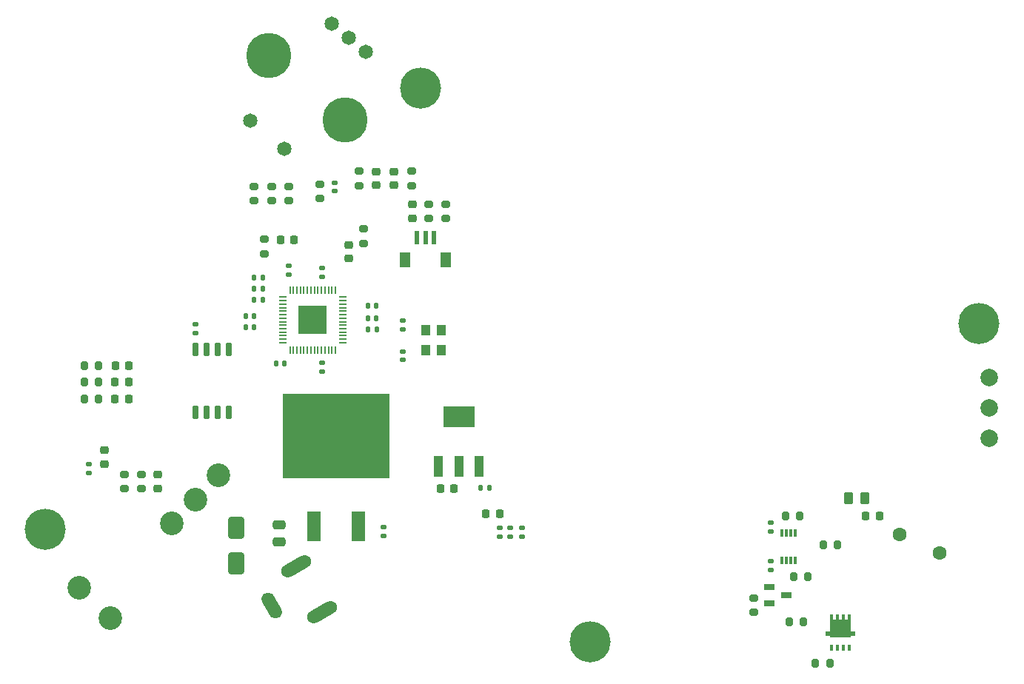
<source format=gbr>
%TF.GenerationSoftware,KiCad,Pcbnew,8.0.2*%
%TF.CreationDate,2024-12-22T17:19:01-06:00*%
%TF.ProjectId,LampBoardDesk,4c616d70-426f-4617-9264-4465736b2e6b,rev?*%
%TF.SameCoordinates,Original*%
%TF.FileFunction,Soldermask,Top*%
%TF.FilePolarity,Negative*%
%FSLAX46Y46*%
G04 Gerber Fmt 4.6, Leading zero omitted, Abs format (unit mm)*
G04 Created by KiCad (PCBNEW 8.0.2) date 2024-12-22 17:19:01*
%MOMM*%
%LPD*%
G01*
G04 APERTURE LIST*
G04 Aperture macros list*
%AMRoundRect*
0 Rectangle with rounded corners*
0 $1 Rounding radius*
0 $2 $3 $4 $5 $6 $7 $8 $9 X,Y pos of 4 corners*
0 Add a 4 corners polygon primitive as box body*
4,1,4,$2,$3,$4,$5,$6,$7,$8,$9,$2,$3,0*
0 Add four circle primitives for the rounded corners*
1,1,$1+$1,$2,$3*
1,1,$1+$1,$4,$5*
1,1,$1+$1,$6,$7*
1,1,$1+$1,$8,$9*
0 Add four rect primitives between the rounded corners*
20,1,$1+$1,$2,$3,$4,$5,0*
20,1,$1+$1,$4,$5,$6,$7,0*
20,1,$1+$1,$6,$7,$8,$9,0*
20,1,$1+$1,$8,$9,$2,$3,0*%
%AMHorizOval*
0 Thick line with rounded ends*
0 $1 width*
0 $2 $3 position (X,Y) of the first rounded end (center of the circle)*
0 $4 $5 position (X,Y) of the second rounded end (center of the circle)*
0 Add line between two ends*
20,1,$1,$2,$3,$4,$5,0*
0 Add two circle primitives to create the rounded ends*
1,1,$1,$2,$3*
1,1,$1,$4,$5*%
G04 Aperture macros list end*
%ADD10RoundRect,0.218750X-0.218750X-0.256250X0.218750X-0.256250X0.218750X0.256250X-0.218750X0.256250X0*%
%ADD11RoundRect,0.200000X-0.275000X0.200000X-0.275000X-0.200000X0.275000X-0.200000X0.275000X0.200000X0*%
%ADD12RoundRect,0.135000X-0.185000X0.135000X-0.185000X-0.135000X0.185000X-0.135000X0.185000X0.135000X0*%
%ADD13RoundRect,0.140000X-0.170000X0.140000X-0.170000X-0.140000X0.170000X-0.140000X0.170000X0.140000X0*%
%ADD14RoundRect,0.140000X0.170000X-0.140000X0.170000X0.140000X-0.170000X0.140000X-0.170000X-0.140000X0*%
%ADD15R,1.250000X0.700000*%
%ADD16RoundRect,0.200000X0.200000X0.275000X-0.200000X0.275000X-0.200000X-0.275000X0.200000X-0.275000X0*%
%ADD17R,1.600000X3.500000*%
%ADD18R,12.200000X9.750000*%
%ADD19RoundRect,0.200000X0.275000X-0.200000X0.275000X0.200000X-0.275000X0.200000X-0.275000X-0.200000X0*%
%ADD20R,0.980000X2.470000*%
%ADD21R,3.600000X2.470000*%
%ADD22RoundRect,0.140000X0.140000X0.170000X-0.140000X0.170000X-0.140000X-0.170000X0.140000X-0.170000X0*%
%ADD23RoundRect,0.225000X0.250000X-0.225000X0.250000X0.225000X-0.250000X0.225000X-0.250000X-0.225000X0*%
%ADD24RoundRect,0.218750X-0.256250X0.218750X-0.256250X-0.218750X0.256250X-0.218750X0.256250X0.218750X0*%
%ADD25RoundRect,0.140000X-0.140000X-0.170000X0.140000X-0.170000X0.140000X0.170000X-0.140000X0.170000X0*%
%ADD26R,0.420000X0.660000*%
%ADD27R,0.600000X0.570000*%
%ADD28R,2.400000X2.100000*%
%ADD29RoundRect,0.250000X-0.650000X1.000000X-0.650000X-1.000000X0.650000X-1.000000X0.650000X1.000000X0*%
%ADD30RoundRect,0.135000X0.135000X0.185000X-0.135000X0.185000X-0.135000X-0.185000X0.135000X-0.185000X0*%
%ADD31RoundRect,0.150000X0.150000X-0.650000X0.150000X0.650000X-0.150000X0.650000X-0.150000X-0.650000X0*%
%ADD32C,4.700000*%
%ADD33RoundRect,0.200000X-0.200000X-0.275000X0.200000X-0.275000X0.200000X0.275000X-0.200000X0.275000X0*%
%ADD34R,0.300000X0.850000*%
%ADD35RoundRect,0.250000X-0.475000X0.250000X-0.475000X-0.250000X0.475000X-0.250000X0.475000X0.250000X0*%
%ADD36RoundRect,0.225000X-0.225000X-0.250000X0.225000X-0.250000X0.225000X0.250000X-0.225000X0.250000X0*%
%ADD37R,1.050000X1.300000*%
%ADD38R,0.600000X1.550000*%
%ADD39R,1.200000X1.800000*%
%ADD40RoundRect,0.050000X0.050000X-0.387500X0.050000X0.387500X-0.050000X0.387500X-0.050000X-0.387500X0*%
%ADD41RoundRect,0.050000X0.387500X-0.050000X0.387500X0.050000X-0.387500X0.050000X-0.387500X-0.050000X0*%
%ADD42R,3.200000X3.200000*%
%ADD43RoundRect,0.218750X0.218750X0.256250X-0.218750X0.256250X-0.218750X-0.256250X0.218750X-0.256250X0*%
%ADD44RoundRect,0.218750X0.256250X-0.218750X0.256250X0.218750X-0.256250X0.218750X-0.256250X-0.218750X0*%
%ADD45RoundRect,0.250000X0.262500X0.450000X-0.262500X0.450000X-0.262500X-0.450000X0.262500X-0.450000X0*%
%ADD46C,1.650000*%
%ADD47C,5.161000*%
%ADD48HorizOval,1.500000X-0.425000X0.736122X0.425000X-0.736122X0*%
%ADD49HorizOval,1.500000X0.952628X0.550000X-0.952628X-0.550000X0*%
%ADD50C,2.700000*%
%ADD51C,2.000000*%
%ADD52C,1.600000*%
G04 APERTURE END LIST*
D10*
%TO.C,D8*%
X109925000Y-71650000D03*
X111500000Y-71650000D03*
%TD*%
D11*
%TO.C,R6*%
X40000000Y-33925000D03*
X40000000Y-35575000D03*
%TD*%
D12*
%TO.C,R31*%
X70600000Y-72990000D03*
X70600000Y-74010000D03*
%TD*%
D13*
%TO.C,C2*%
X57000000Y-52782500D03*
X57000000Y-53742500D03*
%TD*%
D14*
%TO.C,C1*%
X33300000Y-50680000D03*
X33300000Y-49720000D03*
%TD*%
D15*
%TO.C,Q1*%
X98900000Y-79750000D03*
X98900000Y-81650000D03*
X100900000Y-80700000D03*
%TD*%
D16*
%TO.C,R12*%
X22225000Y-58200000D03*
X20575000Y-58200000D03*
%TD*%
D17*
%TO.C,IC1*%
X46860000Y-72775000D03*
X51940000Y-72775000D03*
D18*
X49400000Y-62500000D03*
%TD*%
D19*
%TO.C,R2*%
X27100000Y-68525000D03*
X27100000Y-66875000D03*
%TD*%
D16*
%TO.C,R14*%
X22225000Y-56300000D03*
X20575000Y-56300000D03*
%TD*%
D11*
%TO.C,R22*%
X52000000Y-32175000D03*
X52000000Y-33825000D03*
%TD*%
D20*
%TO.C,CR1*%
X61100000Y-65930000D03*
X63400000Y-65930000D03*
X65700000Y-65930000D03*
D21*
X63400000Y-60270000D03*
%TD*%
D11*
%TO.C,R5*%
X60000000Y-35975000D03*
X60000000Y-37625000D03*
%TD*%
D22*
%TO.C,C21*%
X39980000Y-48762500D03*
X39020000Y-48762500D03*
%TD*%
D19*
%TO.C,R21*%
X58000000Y-33825000D03*
X58000000Y-32175000D03*
%TD*%
%TO.C,R29*%
X25200000Y-68525000D03*
X25200000Y-66875000D03*
%TD*%
D11*
%TO.C,R8*%
X44000000Y-33925000D03*
X44000000Y-35575000D03*
%TD*%
D23*
%TO.C,C23*%
X56000000Y-33775000D03*
X56000000Y-32225000D03*
%TD*%
D24*
%TO.C,D1*%
X29000000Y-66912500D03*
X29000000Y-68487500D03*
%TD*%
D25*
%TO.C,C12*%
X53020000Y-47587500D03*
X53980000Y-47587500D03*
%TD*%
D24*
%TO.C,D4*%
X58100000Y-36012500D03*
X58100000Y-37587500D03*
%TD*%
D14*
%TO.C,C9*%
X49250000Y-34480000D03*
X49250000Y-33520000D03*
%TD*%
D26*
%TO.C,Q2*%
X106070000Y-86650000D03*
X106720000Y-86650000D03*
X107370000Y-86650000D03*
X108020000Y-86650000D03*
X108020000Y-83250000D03*
X107370000Y-83250000D03*
X106720000Y-83250000D03*
D27*
X105600000Y-85100000D03*
D26*
X106070000Y-83250000D03*
D28*
X107050000Y-84450000D03*
D27*
X108500000Y-85100000D03*
%TD*%
D22*
%TO.C,C15*%
X40980000Y-45637500D03*
X40020000Y-45637500D03*
%TD*%
%TO.C,C14*%
X40000000Y-50012500D03*
X39040000Y-50012500D03*
%TD*%
D29*
%TO.C,D11*%
X37950000Y-73000000D03*
X37950000Y-77000000D03*
%TD*%
D30*
%TO.C,R1*%
X54010000Y-50262500D03*
X52990000Y-50262500D03*
%TD*%
D16*
%TO.C,R17*%
X105825000Y-88500000D03*
X104175000Y-88500000D03*
%TD*%
D31*
%TO.C,U2*%
X33295000Y-59737500D03*
X34565000Y-59737500D03*
X35835000Y-59737500D03*
X37105000Y-59737500D03*
X37105000Y-52537500D03*
X35835000Y-52537500D03*
X34565000Y-52537500D03*
X33295000Y-52537500D03*
%TD*%
D32*
%TO.C,H3*%
X16085891Y-73119257D03*
%TD*%
D10*
%TO.C,D6*%
X43012500Y-40000000D03*
X44587500Y-40000000D03*
%TD*%
D23*
%TO.C,C24*%
X54000000Y-33800000D03*
X54000000Y-32250000D03*
%TD*%
D10*
%TO.C,D5*%
X24112500Y-58200000D03*
X25687500Y-58200000D03*
%TD*%
D13*
%TO.C,C17*%
X47800000Y-54120000D03*
X47800000Y-55080000D03*
%TD*%
%TO.C,C6*%
X54800000Y-72920000D03*
X54800000Y-73880000D03*
%TD*%
D33*
%TO.C,R9*%
X100775000Y-71600000D03*
X102425000Y-71600000D03*
%TD*%
D32*
%TO.C,H4*%
X59000000Y-22650000D03*
%TD*%
D13*
%TO.C,C3*%
X57000000Y-49282500D03*
X57000000Y-50242500D03*
%TD*%
D14*
%TO.C,C11*%
X99100000Y-73380000D03*
X99100000Y-72420000D03*
%TD*%
D34*
%TO.C,IC2*%
X100350000Y-76675000D03*
X100850000Y-76675000D03*
X101350000Y-76675000D03*
X101850000Y-76675000D03*
X101850000Y-73525000D03*
X101350000Y-73525000D03*
X100850000Y-73525000D03*
X100350000Y-73525000D03*
%TD*%
D32*
%TO.C,H1*%
X122900000Y-49600000D03*
%TD*%
D11*
%TO.C,R13*%
X41200000Y-39975000D03*
X41200000Y-41625000D03*
%TD*%
D35*
%TO.C,C5*%
X42900000Y-72650000D03*
X42900000Y-74550000D03*
%TD*%
D22*
%TO.C,C13*%
X40980000Y-46887500D03*
X40020000Y-46887500D03*
%TD*%
D10*
%TO.C,D10*%
X24125000Y-54400000D03*
X25700000Y-54400000D03*
%TD*%
D22*
%TO.C,C7*%
X66880000Y-68400000D03*
X65920000Y-68400000D03*
%TD*%
D24*
%TO.C,D9*%
X50800000Y-40612500D03*
X50800000Y-42187500D03*
%TD*%
D16*
%TO.C,R18*%
X22225000Y-54400000D03*
X20575000Y-54400000D03*
%TD*%
D36*
%TO.C,C8*%
X61325000Y-68500000D03*
X62875000Y-68500000D03*
%TD*%
D12*
%TO.C,R4*%
X21100000Y-65690000D03*
X21100000Y-66710000D03*
%TD*%
D13*
%TO.C,C10*%
X99100000Y-76820000D03*
X99100000Y-77780000D03*
%TD*%
D22*
%TO.C,C16*%
X43480000Y-54187500D03*
X42520000Y-54187500D03*
%TD*%
D37*
%TO.C,Y1*%
X61375000Y-52637500D03*
X61375000Y-50337500D03*
X59625000Y-50337500D03*
X59625000Y-52637500D03*
%TD*%
D32*
%TO.C,H2*%
X78400000Y-86000000D03*
%TD*%
D25*
%TO.C,C18*%
X53020000Y-49012500D03*
X53980000Y-49012500D03*
%TD*%
D19*
%TO.C,R16*%
X52500000Y-40425000D03*
X52500000Y-38775000D03*
%TD*%
D12*
%TO.C,R3*%
X68100000Y-72970000D03*
X68100000Y-73990000D03*
%TD*%
D38*
%TO.C,J1*%
X58600002Y-39800000D03*
X59600002Y-39800000D03*
X60600002Y-39800000D03*
D39*
X61900002Y-42320000D03*
X57300002Y-42320000D03*
%TD*%
D33*
%TO.C,R10*%
X101675000Y-78600000D03*
X103325000Y-78600000D03*
%TD*%
D40*
%TO.C,U1*%
X44100000Y-52637500D03*
X44500000Y-52637500D03*
X44900000Y-52637500D03*
X45300000Y-52637500D03*
X45700000Y-52637500D03*
X46100000Y-52637500D03*
X46500000Y-52637500D03*
X46900000Y-52637500D03*
X47300000Y-52637500D03*
X47700000Y-52637500D03*
X48100000Y-52637500D03*
X48500000Y-52637500D03*
X48900000Y-52637500D03*
X49300000Y-52637500D03*
D41*
X50137500Y-51800000D03*
X50137500Y-51400000D03*
X50137500Y-51000000D03*
X50137500Y-50600000D03*
X50137500Y-50200000D03*
X50137500Y-49800000D03*
X50137500Y-49400000D03*
X50137500Y-49000000D03*
X50137500Y-48600000D03*
X50137500Y-48200000D03*
X50137500Y-47800000D03*
X50137500Y-47400000D03*
X50137500Y-47000000D03*
X50137500Y-46600000D03*
D40*
X49300000Y-45762500D03*
X48900000Y-45762500D03*
X48500000Y-45762500D03*
X48100000Y-45762500D03*
X47700000Y-45762500D03*
X47300000Y-45762500D03*
X46900000Y-45762500D03*
X46500000Y-45762500D03*
X46100000Y-45762500D03*
X45700000Y-45762500D03*
X45300000Y-45762500D03*
X44900000Y-45762500D03*
X44500000Y-45762500D03*
X44100000Y-45762500D03*
D41*
X43262500Y-46600000D03*
X43262500Y-47000000D03*
X43262500Y-47400000D03*
X43262500Y-47800000D03*
X43262500Y-48200000D03*
X43262500Y-48600000D03*
X43262500Y-49000000D03*
X43262500Y-49400000D03*
X43262500Y-49800000D03*
X43262500Y-50200000D03*
X43262500Y-50600000D03*
X43262500Y-51000000D03*
X43262500Y-51400000D03*
X43262500Y-51800000D03*
D42*
X46700000Y-49200000D03*
%TD*%
D14*
%TO.C,C19*%
X47750000Y-44242500D03*
X47750000Y-43282500D03*
%TD*%
D16*
%TO.C,R11*%
X106725000Y-74900000D03*
X105075000Y-74900000D03*
%TD*%
D22*
%TO.C,C22*%
X40980000Y-44387500D03*
X40020000Y-44387500D03*
%TD*%
D43*
%TO.C,D2*%
X68087500Y-71400000D03*
X66512500Y-71400000D03*
%TD*%
D11*
%TO.C,R7*%
X42000000Y-33925000D03*
X42000000Y-35575000D03*
%TD*%
D44*
%TO.C,D3*%
X22900000Y-65687500D03*
X22900000Y-64112500D03*
%TD*%
D45*
%TO.C,R15*%
X109812500Y-69550000D03*
X107987500Y-69550000D03*
%TD*%
D33*
%TO.C,R19*%
X101175000Y-83700000D03*
X102825000Y-83700000D03*
%TD*%
D19*
%TO.C,R23*%
X47500000Y-35325000D03*
X47500000Y-33675000D03*
%TD*%
D12*
%TO.C,R30*%
X69300000Y-72970000D03*
X69300000Y-73990000D03*
%TD*%
D19*
%TO.C,R20*%
X97100000Y-82625000D03*
X97100000Y-80975000D03*
%TD*%
D14*
%TO.C,C20*%
X44000000Y-43992500D03*
X44000000Y-43032500D03*
%TD*%
D11*
%TO.C,R28*%
X61900000Y-35975000D03*
X61900000Y-37625000D03*
%TD*%
D10*
%TO.C,D7*%
X24112500Y-56300000D03*
X25687500Y-56300000D03*
%TD*%
D46*
%TO.C,SW1*%
X39597294Y-26395626D03*
X43427516Y-29609564D03*
X48917714Y-15287982D03*
X52747936Y-18501920D03*
X50832825Y-16894951D03*
D47*
X41645465Y-18976395D03*
X50378372Y-26304173D03*
%TD*%
D48*
%TO.C,J4*%
X42026861Y-81891684D03*
D49*
X47803879Y-82597773D03*
X44803879Y-77401621D03*
%TD*%
D50*
%TO.C,SW2*%
X35900782Y-66998701D03*
X33261080Y-69732193D03*
X30621381Y-72465683D03*
X20000868Y-79864652D03*
X23597568Y-83337946D03*
%TD*%
D51*
%TO.C,J3*%
X124100000Y-62750000D03*
X124100000Y-59250000D03*
X124100000Y-55750000D03*
%TD*%
D52*
%TO.C,C4*%
X113797978Y-73736734D03*
X118402022Y-75883634D03*
%TD*%
M02*

</source>
